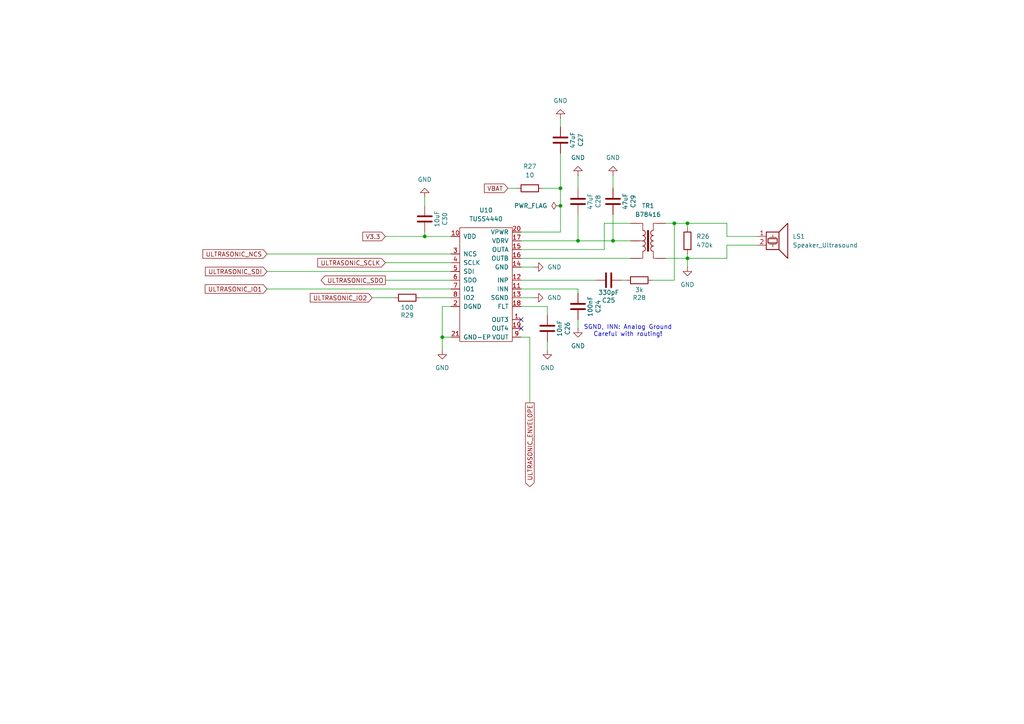
<source format=kicad_sch>
(kicad_sch (version 20231120) (generator "eeschema") (generator_version "8.0")
  (paper "A4")
  (title_block (date "2024-11-26"))
  (lib_symbols
    (symbol "Device:C" (pin_numbers hide) (pin_names (offset 0.254))
      (property "Reference" "C" (at 0.635 2.54 0))
      (property "Value" "C" (at 0.635 -2.54 0))
      (symbol "C_0_1"
        (polyline (pts (xy -2.032 -0.762) (xy 2.032 -0.762)) (stroke (width 0.508)))
        (polyline (pts (xy -2.032 0.762) (xy 2.032 0.762)) (stroke (width 0.508)))
      )
      (symbol "C_1_1"
        (pin passive line (at 0 3.81 270) (length 2.794) (name "~") (number "1"))
        (pin passive line (at 0 -3.81 90) (length 2.794) (name "~") (number "2"))
      )
    )
    (symbol "Device:R" (pin_numbers hide) (pin_names (offset 0))
      (property "Reference" "R" (at 2.032 0 90))
      (property "Value" "R" (at 0 0 90))
      (symbol "R_0_1"
        (rectangle (start -1.016 -2.54) (end 1.016 2.54) (stroke (width 0.254)))
      )
      (symbol "R_1_1"
        (pin passive line (at 0 3.81 270) (length 1.27) (name "~") (number "1"))
        (pin passive line (at 0 -3.81 90) (length 1.27) (name "~") (number "2"))
      )
    )
    (symbol "Device:Speaker_Ultrasound" (pin_names (offset 0) hide)
      (property "Reference" "LS" (at 0.635 5.715 0))
      (property "Value" "Speaker_Ultrasound" (at 0.635 3.81 0))
      (symbol "Speaker_Ultrasound_0_0"
        (rectangle (start -2.54 1.27) (end 1.143 -3.81) (stroke (width 0.254)))
        (rectangle (start -2.032 -0.635) (end 0.635 -1.905) (stroke (width 0.254)))
        (polyline (pts (xy -1.651 -2.286) (xy 0.381 -2.286)))
        (polyline (pts (xy -1.651 -0.254) (xy 0.381 -0.254)))
        (polyline (pts (xy -0.635 -2.286) (xy -0.635 -3.048)))
        (polyline (pts (xy -0.635 -0.254) (xy -0.635 0.508)))
        (polyline (pts (xy 1.143 1.27) (xy 3.683 3.81) (xy 3.683 -6.35) (xy 1.143 -3.81)) (stroke (width 0.254)))
      )
      (symbol "Speaker_Ultrasound_1_1"
        (pin input line (at -5.08 0 0) (length 2.54) (name "1") (number "1"))
        (pin input line (at -5.08 -2.54 0) (length 2.54) (name "2") (number "2"))
      )
    )
    (symbol "SmarterSilo:TUSS4440" (pin_names (offset 1.016))
      (property "Reference" "U" (at 0 13.97 0))
      (property "Value" "TUSS4440" (at 0 -21.59 0))
      (symbol "TUSS4440_0_1"
        (rectangle (start -7.62 12.7) (end 7.62 -20.32))
      )
      (symbol "TUSS4440_1_1"
        (pin input line (at 10.16 -13.97 180) (length 2.54) (name "OUT3") (number "1"))
        (pin power_in line (at -10.16 10.16 0) (length 2.54) (name "VDD") (number "10"))
        (pin input line (at 10.16 -5.08 180) (length 2.54) (name "INN") (number "11"))
        (pin input line (at 10.16 -2.54 180) (length 2.54) (name "INP") (number "12"))
        (pin input line (at 10.16 -7.62 180) (length 2.54) (name "SGND") (number "13"))
        (pin input line (at 10.16 1.27 180) (length 2.54) (name "GND") (number "14"))
        (pin input line (at 10.16 6.35 180) (length 2.54) (name "OUTA") (number "15"))
        (pin input line (at 10.16 3.81 180) (length 2.54) (name "OUTB") (number "16"))
        (pin power_out line (at 10.16 8.89 180) (length 2.54) (name "VDRV") (number "17"))
        (pin input line (at 10.16 -10.16 180) (length 2.54) (name "FLT") (number "18"))
        (pin input line (at 10.16 -16.51 180) (length 2.54) (name "OUT4") (number "19"))
        (pin input line (at -10.16 -10.16 0) (length 2.54) (name "DGND") (number "2"))
        (pin power_in line (at 10.16 11.43 180) (length 2.54) (name "VPWR") (number "20"))
        (pin input line (at -10.16 -19.05 0) (length 2.54) (name "GND-EP") (number "21"))
        (pin input line (at -10.16 5.08 0) (length 2.54) (name "NCS") (number "3"))
        (pin input line (at -10.16 2.54 0) (length 2.54) (name "SCLK") (number "4"))
        (pin input line (at -10.16 0 0) (length 2.54) (name "SDI") (number "5"))
        (pin output line (at -10.16 -2.54 0) (length 2.54) (name "SDO") (number "6"))
        (pin bidirectional line (at -10.16 -5.08 0) (length 2.54) (name "IO1") (number "7"))
        (pin bidirectional line (at -10.16 -7.62 0) (length 2.54) (name "IO2") (number "8"))
        (pin input line (at 10.16 -19.05 180) (length 2.54) (name "VOUT") (number "9"))
      )
    )
    (symbol "Transformer:TRANSF4" (pin_numbers hide) (pin_names (offset 0))
      (property "Reference" "TR" (at 0 6.35 0))
      (property "Value" "TRANSF4" (at 0 -6.35 0))
      (symbol "TRANSF4_0_1"
        (arc (start -1.524 -3.048) (mid -0.7653 -2.286) (end -1.524 -1.524) (stroke (width 0.2032)))
        (arc (start -1.524 -1.524) (mid -0.7653 -0.762) (end -1.524 0) (stroke (width 0.2032)))
        (arc (start -1.524 0) (mid -0.7653 0.762) (end -1.524 1.524) (stroke (width 0.2032)))
        (arc (start -1.524 1.524) (mid -0.7653 2.286) (end -1.524 3.048) (stroke (width 0.2032)))
        (rectangle (start -0.254 3.048) (end 0.254 -3.048) (stroke (width 0.0254)) (fill (type outline)))
        (polyline (pts (xy -1.524 0) (xy -2.54 0) (xy -2.54 0)) (fill (type outline)))
        (polyline (pts (xy -2.54 5.08) (xy -1.524 5.08) (xy -1.524 3.048) (xy -1.524 3.048)) (stroke (width 0.1524)))
        (polyline (pts (xy -1.524 -3.048) (xy -1.524 -5.08) (xy -2.54 -5.08) (xy -2.54 -5.08)) (stroke (width 0.1524)))
        (polyline (pts (xy 1.524 3.048) (xy 1.524 5.08) (xy 2.54 5.08) (xy 2.54 5.08)) (stroke (width 0.1524)))
        (polyline (pts (xy 2.54 -5.08) (xy 1.524 -5.08) (xy 1.524 -3.048) (xy 1.524 -3.048)) (stroke (width 0.1524)))
        (arc (start 1.524 -1.524) (mid 0.7653 -2.286) (end 1.524 -3.048) (stroke (width 0.2032)))
        (arc (start 1.524 0) (mid 0.7653 -0.762) (end 1.524 -1.524) (stroke (width 0.2032)))
        (arc (start 1.524 1.524) (mid 0.7653 0.762) (end 1.524 0) (stroke (width 0.2032)))
        (arc (start 1.524 3.048) (mid 0.7653 2.286) (end 1.524 1.524) (stroke (width 0.2032)))
      )
      (symbol "TRANSF4_1_1"
        (pin passive line (at -5.08 5.08 0) (length 2.54) (name "~") (number "1"))
        (pin passive line (at -5.08 0 0) (length 2.54) (name "~") (number "2"))
        (pin passive line (at -5.08 -5.08 0) (length 2.54) (name "~") (number "3"))
        (pin passive line (at 5.08 -5.08 180) (length 2.54) (name "~") (number "4"))
        (pin passive line (at 5.08 5.08 180) (length 2.54) (name "~") (number "5"))
      )
    )
    (symbol "power:GND" (power) (pin_numbers hide) (pin_names (offset 0) hide)
      (property "Value" "GND" (at 0 -3.81 0))
      (symbol "GND_0_1"
        (polyline (pts (xy 0 0) (xy 0 -1.27) (xy 1.27 -1.27) (xy 0 -2.54) (xy -1.27 -1.27) (xy 0 -1.27)))
      )
      (symbol "GND_1_1"
        (pin power_in line (at 0 0 270) (length 0) (name "~") (number "1"))
      )
    )
    (symbol "power:PWR_FLAG" (power) (pin_numbers hide) (pin_names (offset 0) hide)
      (property "Value" "PWR_FLAG" (at 0 3.81 0))
      (symbol "PWR_FLAG_0_0"
        (pin power_out line (at 0 0 90) (length 0) (name "~") (number "1"))
      )
      (symbol "PWR_FLAG_0_1"
        (polyline (pts (xy 0 0) (xy 0 1.27) (xy -1.016 1.905) (xy 0 2.54) (xy 1.016 1.905) (xy 0 1.27)))
      )
    )
  )
  (junction (at 123.19 68.58))
  (junction (at 162.56 59.69))
  (junction (at 199.39 74.93))
  (junction (at 128.27 97.79))
  (junction (at 167.64 69.85))
  (junction (at 199.39 64.77))
  (junction (at 177.8 69.85))
  (junction (at 162.56 54.61))
  (junction (at 195.58 64.77))
  (no_connect (at 151.13 95.25))
  (no_connect (at 151.13 92.71))
  (wire (pts (xy 162.56 54.61) (xy 157.48 54.61)))
  (wire (pts (xy 210.82 71.12) (xy 210.82 74.93)))
  (wire (pts (xy 111.76 68.58) (xy 123.19 68.58)))
  (wire (pts (xy 162.56 59.69) (xy 162.56 54.61)))
  (wire (pts (xy 175.26 64.77) (xy 182.88 64.77)))
  (wire (pts (xy 158.75 99.06) (xy 158.75 101.6)))
  (wire (pts (xy 111.76 81.28) (xy 130.81 81.28)))
  (wire (pts (xy 151.13 72.39) (xy 175.26 72.39)))
  (wire (pts (xy 193.04 64.77) (xy 195.58 64.77)))
  (wire (pts (xy 123.19 67.31) (xy 123.19 68.58)))
  (wire (pts (xy 128.27 88.9) (xy 128.27 97.79)))
  (wire (pts (xy 219.71 71.12) (xy 210.82 71.12)))
  (wire (pts (xy 177.8 62.23) (xy 177.8 69.85)))
  (wire (pts (xy 167.64 69.85) (xy 177.8 69.85)))
  (wire (pts (xy 128.27 97.79) (xy 130.81 97.79)))
  (wire (pts (xy 175.26 72.39) (xy 175.26 64.77)))
  (wire (pts (xy 193.04 74.93) (xy 199.39 74.93)))
  (wire (pts (xy 151.13 83.82) (xy 167.64 83.82)))
  (wire (pts (xy 199.39 73.66) (xy 199.39 74.93)))
  (wire (pts (xy 158.75 88.9) (xy 158.75 91.44)))
  (wire (pts (xy 151.13 67.31) (xy 162.56 67.31)))
  (wire (pts (xy 167.64 83.82) (xy 167.64 85.09)))
  (wire (pts (xy 147.32 54.61) (xy 149.86 54.61)))
  (wire (pts (xy 151.13 69.85) (xy 167.64 69.85)))
  (wire (pts (xy 162.56 44.45) (xy 162.56 54.61)))
  (wire (pts (xy 151.13 97.79) (xy 153.67 97.79)))
  (wire (pts (xy 162.56 67.31) (xy 162.56 59.69)))
  (wire (pts (xy 77.47 73.66) (xy 130.81 73.66)))
  (wire (pts (xy 77.47 83.82) (xy 130.81 83.82)))
  (wire (pts (xy 162.56 34.29) (xy 162.56 36.83)))
  (wire (pts (xy 153.67 97.79) (xy 153.67 116.84)))
  (wire (pts (xy 177.8 50.8) (xy 177.8 54.61)))
  (wire (pts (xy 77.47 78.74) (xy 130.81 78.74)))
  (wire (pts (xy 189.23 81.28) (xy 195.58 81.28)))
  (wire (pts (xy 121.92 86.36) (xy 130.81 86.36)))
  (wire (pts (xy 199.39 64.77) (xy 210.82 64.77)))
  (wire (pts (xy 177.8 69.85) (xy 182.88 69.85)))
  (wire (pts (xy 199.39 64.77) (xy 199.39 66.04)))
  (wire (pts (xy 210.82 64.77) (xy 210.82 68.58)))
  (wire (pts (xy 199.39 74.93) (xy 199.39 77.47)))
  (wire (pts (xy 167.64 50.8) (xy 167.64 54.61)))
  (wire (pts (xy 210.82 68.58) (xy 219.71 68.58)))
  (wire (pts (xy 199.39 74.93) (xy 210.82 74.93)))
  (wire (pts (xy 151.13 88.9) (xy 158.75 88.9)))
  (wire (pts (xy 151.13 81.28) (xy 172.72 81.28)))
  (wire (pts (xy 151.13 86.36) (xy 154.94 86.36)))
  (wire (pts (xy 167.64 62.23) (xy 167.64 69.85)))
  (wire (pts (xy 151.13 74.93) (xy 182.88 74.93)))
  (wire (pts (xy 107.95 86.36) (xy 114.3 86.36)))
  (wire (pts (xy 195.58 64.77) (xy 199.39 64.77)))
  (wire (pts (xy 195.58 81.28) (xy 195.58 64.77)))
  (wire (pts (xy 180.34 81.28) (xy 181.61 81.28)))
  (wire (pts (xy 130.81 88.9) (xy 128.27 88.9)))
  (wire (pts (xy 151.13 77.47) (xy 154.94 77.47)))
  (wire (pts (xy 123.19 57.15) (xy 123.19 59.69)))
  (wire (pts (xy 123.19 68.58) (xy 130.81 68.58)))
  (wire (pts (xy 128.27 101.6) (xy 128.27 97.79)))
  (wire (pts (xy 111.76 76.2) (xy 130.81 76.2)))
  (wire (pts (xy 167.64 92.71) (xy 167.64 95.25)))
  (text "SGND, INN: Analog Ground\nCareful with routing!" (at 182.118 96.012 0) (effects (font (size 1.27 1.27))))
  (global_label "VBAT" (shape input) (at 147.32 54.61 180) (property "Intersheetrefs" "${INTERSHEET_REFS}" (effects (hide yes))))
  (global_label "ULTRASONIC_IO1" (shape input) (at 77.47 83.82 180) (property "Intersheetrefs" "${INTERSHEET_REFS}" (effects (hide yes))))
  (global_label "ULTRASONIC_NCS" (shape input) (at 77.47 73.66 180) (property "Intersheetrefs" "${INTERSHEET_REFS}" (effects (hide yes))))
  (global_label "ULTRASONIC_SDI" (shape input) (at 77.47 78.74 180) (property "Intersheetrefs" "${INTERSHEET_REFS}" (effects (hide yes))))
  (global_label "ULTRASONIC_IO2" (shape input) (at 107.95 86.36 180) (property "Intersheetrefs" "${INTERSHEET_REFS}" (effects (hide yes))))
  (global_label "ULTRASONIC_SDO" (shape output) (at 111.76 81.28 180) (property "Intersheetrefs" "${INTERSHEET_REFS}" (effects (hide yes))))
  (global_label "ULTRASONIC_ENVELOPE" (shape output) (at 153.67 116.84 270) (property "Intersheetrefs" "${INTERSHEET_REFS}" (effects (hide yes))))
  (global_label "V3.3" (shape input) (at 111.76 68.58 180) (property "Intersheetrefs" "${INTERSHEET_REFS}" (effects (hide yes))))
  (global_label "ULTRASONIC_SCLK" (shape input) (at 111.76 76.2 180) (property "Intersheetrefs" "${INTERSHEET_REFS}" (effects (hide yes))))
  (symbol (lib_id "power:GND") (at 154.94 77.47 90) (unit 1)
    (property "Reference" "#PWR026" (effects (hide yes)))
    (property "Value" "GND" (at 158.75 77.4699 90) (effects (justify right)))
    (property "Description" "Power symbol creates a global label with name \"GND\" , ground" (effects (hide yes)))
  )
  (symbol (lib_id "Device:C") (at 177.8 58.42 0) (unit 1)
    (property "Reference" "C29" (at 183.642 58.42 90))
    (property "Value" "47uF" (at 181.356 58.42 90))
    (property "Footprint" "Capacitor_SMD:C_1206_3216Metric" (effects (hide yes)))
    (property "Description" "Unpolarized capacitor" (effects (hide yes)))
    (property "LCSC" "C96123" (effects (hide yes)))
  )
  (symbol (lib_id "Device:C") (at 162.56 40.64 0) (unit 1)
    (property "Reference" "C27" (at 168.402 40.64 90))
    (property "Value" "47uF" (at 166.116 40.64 90))
    (property "Footprint" "Capacitor_SMD:C_1206_3216Metric" (effects (hide yes)))
    (property "Description" "Unpolarized capacitor" (effects (hide yes)))
    (property "LCSC" "C96123" (effects (hide yes)))
  )
  (symbol (lib_id "power:GND") (at 167.64 95.25 0) (unit 1)
    (property "Reference" "#PWR023" (effects (hide yes)))
    (property "Value" "GND" (at 167.64 100.33 0))
    (property "Description" "Power symbol creates a global label with name \"GND\" , ground" (effects (hide yes)))
  )
  (symbol (lib_id "power:GND") (at 123.19 57.15 180) (unit 1)
    (property "Reference" "#PWR024" (effects (hide yes)))
    (property "Value" "GND" (at 123.19 52.07 0))
    (property "Description" "Power symbol creates a global label with name \"GND\" , ground" (effects (hide yes)))
  )
  (symbol (lib_id "SmarterSilo:TUSS4440") (at 140.97 78.74 0) (unit 1)
    (property "Reference" "U10" (at 140.97 60.96 0))
    (property "Value" "TUSS4440" (at 140.97 63.5 0))
    (property "Footprint" "Package_DFN_QFN:QFN-20-1EP_4x4mm_P0.5mm_EP2.6x2.6mm" (effects (hide yes)))
    (property "Datasheet" "Transformer Drive Ultrasonic Sensor IC" (effects (hide yes)))
    (property "LCSC" "C1855778" (effects (hide yes)))
  )
  (symbol (lib_id "Device:C") (at 123.19 63.5 0) (unit 1)
    (property "Reference" "C30" (at 129.032 63.5 90))
    (property "Value" "10uF" (at 126.746 63.5 90))
    (property "Footprint" "Capacitor_SMD:C_0805_2012Metric" (effects (hide yes)))
    (property "Description" "Unpolarized capacitor" (effects (hide yes)))
    (property "LCSC" "C15850" (effects (hide yes)))
  )
  (symbol (lib_id "power:GND") (at 128.27 101.6 0) (unit 1)
    (property "Reference" "#PWR025" (effects (hide yes)))
    (property "Value" "GND" (at 128.27 106.68 0))
    (property "Description" "Power symbol creates a global label with name \"GND\" , ground" (effects (hide yes)))
  )
  (symbol (lib_id "power:GND") (at 158.75 101.6 0) (unit 1)
    (property "Reference" "#PWR028" (effects (hide yes)))
    (property "Value" "GND" (at 158.75 106.68 0))
    (property "Description" "Power symbol creates a global label with name \"GND\" , ground" (effects (hide yes)))
  )
  (symbol (lib_id "power:PWR_FLAG") (at 162.56 59.69 90) (unit 1)
    (property "Reference" "#FLG07" (effects (hide yes)))
    (property "Value" "PWR_FLAG" (at 158.75 59.6899 90) (effects (justify left)))
    (property "Description" "Special symbol for telling ERC where power comes from" (effects (hide yes)))
  )
  (symbol (lib_id "Device:Speaker_Ultrasound") (at 224.79 68.58 0) (unit 1)
    (property "Reference" "LS1" (at 229.87 68.5799 0) (effects (justify left)))
    (property "Value" "Speaker_Ultrasound" (at 229.87 71.1199 0) (effects (justify left)))
    (property "Footprint" "SmarterSilo:400EP250-Holes" (effects (hide yes)))
    (property "Description" "Ultrasonic transducer" (effects (hide yes)))
  )
  (symbol (lib_id "Device:R") (at 185.42 81.28 90) (unit 1)
    (property "Reference" "R28" (at 185.42 86.36 90))
    (property "Value" "3k" (at 185.42 84.074 90))
    (property "Footprint" "Resistor_SMD:R_0603_1608Metric" (effects (hide yes)))
    (property "Description" "Resistor" (effects (hide yes)))
    (property "LCSC" "C4211" (effects (hide yes)))
  )
  (symbol (lib_id "Device:R") (at 153.67 54.61 90) (unit 1)
    (property "Reference" "R27" (at 153.67 48.26 90))
    (property "Value" "10" (at 153.67 50.8 90))
    (property "Footprint" "Resistor_SMD:R_0603_1608Metric" (effects (hide yes)))
    (property "Description" "Resistor" (effects (hide yes)))
    (property "LCSC" "C22859" (effects (hide yes)))
  )
  (symbol (lib_id "Device:C") (at 167.64 58.42 0) (unit 1)
    (property "Reference" "C28" (at 173.482 58.42 90))
    (property "Value" "47uF" (at 171.196 58.42 90))
    (property "Footprint" "Capacitor_SMD:C_1206_3216Metric" (effects (hide yes)))
    (property "Description" "Unpolarized capacitor" (effects (hide yes)))
    (property "LCSC" "C96123" (effects (hide yes)))
  )
  (symbol (lib_id "power:GND") (at 162.56 34.29 180) (unit 1)
    (property "Reference" "#PWR029" (effects (hide yes)))
    (property "Value" "GND" (at 162.56 29.21 0))
    (property "Description" "Power symbol creates a global label with name \"GND\" , ground" (effects (hide yes)))
  )
  (symbol (lib_id "Device:R") (at 118.11 86.36 90) (unit 1)
    (property "Reference" "R29" (at 118.11 91.44 90))
    (property "Value" "100" (at 118.11 89.154 90))
    (property "Footprint" "Resistor_SMD:R_0603_1608Metric" (effects (hide yes)))
    (property "Description" "Resistor" (effects (hide yes)))
    (property "LCSC" "C22775" (effects (hide yes)))
  )
  (symbol (lib_id "power:GND") (at 167.64 50.8 180) (unit 1)
    (property "Reference" "#PWR031" (effects (hide yes)))
    (property "Value" "GND" (at 167.64 45.72 0))
    (property "Description" "Power symbol creates a global label with name \"GND\" , ground" (effects (hide yes)))
  )
  (symbol (lib_id "Device:C") (at 158.75 95.25 0) (unit 1)
    (property "Reference" "C26" (at 164.592 95.25 90))
    (property "Value" "10nF" (at 162.306 95.25 90))
    (property "Footprint" "Capacitor_SMD:C_0603_1608Metric" (effects (hide yes)))
    (property "Description" "Unpolarized capacitor" (effects (hide yes)))
    (property "LCSC" "C57112" (effects (hide yes)))
  )
  (symbol (lib_id "power:GND") (at 199.39 77.47 0) (unit 1)
    (property "Reference" "#PWR027" (effects (hide yes)))
    (property "Value" "GND" (at 199.39 82.55 0))
    (property "Description" "Power symbol creates a global label with name \"GND\" , ground" (effects (hide yes)))
  )
  (symbol (lib_id "power:GND") (at 154.94 86.36 90) (unit 1)
    (property "Reference" "#PWR021" (effects (hide yes)))
    (property "Value" "GND" (at 158.75 86.3599 90) (effects (justify right)))
    (property "Description" "Power symbol creates a global label with name \"GND\" , ground" (effects (hide yes)))
  )
  (symbol (lib_id "Device:R") (at 199.39 69.85 0) (unit 1)
    (property "Reference" "R26" (at 201.93 68.5799 0) (effects (justify left)))
    (property "Value" "470k" (at 201.93 71.1199 0) (effects (justify left)))
    (property "Footprint" "Resistor_SMD:R_0603_1608Metric" (effects (hide yes)))
    (property "Description" "Resistor" (effects (hide yes)))
    (property "LCSC" "C23178" (effects (hide yes)))
  )
  (symbol (lib_id "power:GND") (at 177.8 50.8 180) (unit 1)
    (property "Reference" "#PWR030" (effects (hide yes)))
    (property "Value" "GND" (at 177.8 45.72 0))
    (property "Description" "Power symbol creates a global label with name \"GND\" , ground" (effects (hide yes)))
  )
  (symbol (lib_id "Device:C") (at 176.53 81.28 270) (unit 1)
    (property "Reference" "C25" (at 176.53 87.122 90))
    (property "Value" "330pF" (at 176.53 84.836 90))
    (property "Footprint" "Capacitor_SMD:C_0603_1608Metric" (effects (hide yes)))
    (property "Description" "Unpolarized capacitor" (effects (hide yes)))
    (property "LCSC" "C1664" (effects (hide yes)))
  )
  (symbol (lib_id "Device:C") (at 167.64 88.9 0) (unit 1)
    (property "Reference" "C24" (at 173.482 88.9 90))
    (property "Value" "100nF" (at 171.196 88.9 90))
    (property "Footprint" "Capacitor_SMD:C_0603_1608Metric" (effects (hide yes)))
    (property "Description" "Unpolarized capacitor" (effects (hide yes)))
    (property "LCSC" "C14663" (effects (hide yes)))
  )
  (symbol (lib_id "Transformer:TRANSF4") (at 187.96 69.85 0) (unit 1)
    (property "Reference" "TR1" (at 187.96 59.69 0))
    (property "Value" "B78416" (at 187.96 62.23 0))
    (property "Footprint" "SmarterSilo:B78416" (effects (hide yes)))
  )
)
</source>
